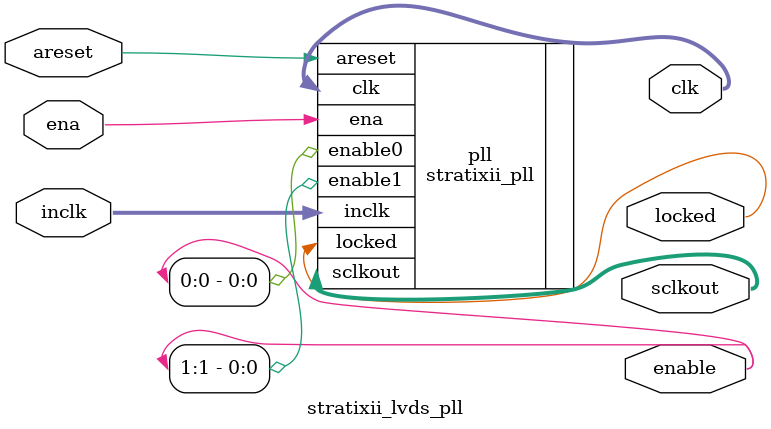
<source format=v>
module stratixii_lvds_pll(inclk, ena, areset, clk, locked, sclkout, enable);

    input   [1:0] inclk;
    input   ena;
    input   areset;
    output  [5:0] clk;
    output  locked;
    output  [5:0] sclkout;
    output  [1:0] enable;

    parameter pll_type = "fast";
    parameter vco_multiply_by = "8";
    parameter vco_divide_by = "1";
    parameter clk0_multiply_by = "8";
    parameter clk0_divide_by = "8";
    parameter clk1_multiply_by = clk0_multiply_by;
    parameter clk1_divide_by = clk0_divide_by;
 	parameter common_rx_tx = "on";
	parameter compensate_clock = "lvdsclk";
	parameter operation_mode = "normal";
	parameter inclk0_input_frequency = 0;
	parameter in_phase_shift = 0;
	parameter out_phase_shift = in_phase_shift;
	
	stratixii_pll pll (
		.inclk(inclk),
    	.ena(ena),
    	.areset(areset),
    	.clk(clk),
	    .locked(locked),
	    .sclkout(sclkout),
    	.enable0(enable[0]),
    	.enable1(enable[1])
	);

    defparam
            pll.pll_type = pll_type,
            pll.inclk0_input_frequency = inclk0_input_frequency,
            pll.vco_multiply_by = vco_multiply_by, // M
            pll.vco_divide_by  = vco_divide_by,
            pll.clk0_multiply_by = clk0_multiply_by , // M
            pll.clk0_divide_by = clk0_divide_by, // DESER
            pll.clk1_multiply_by = clk1_multiply_by , // M
            pll.clk1_divide_by = clk1_divide_by, // DESER
			pll.compensate_clock = compensate_clock,
			pll.operation_mode = operation_mode,
			pll.common_rx_tx = common_rx_tx,
			pll.clk0_phase_shift = in_phase_shift -(inclk0_input_frequency / vco_multiply_by / 2),
			pll.sclkout0_phase_shift = in_phase_shift -(inclk0_input_frequency / vco_multiply_by / 2),
			pll.clk1_phase_shift = out_phase_shift -(inclk0_input_frequency / vco_multiply_by / 2),
			pll.sclkout1_phase_shift = out_phase_shift -(inclk0_input_frequency / vco_multiply_by / 2);

endmodule // stratixii_lvds_pll




</source>
